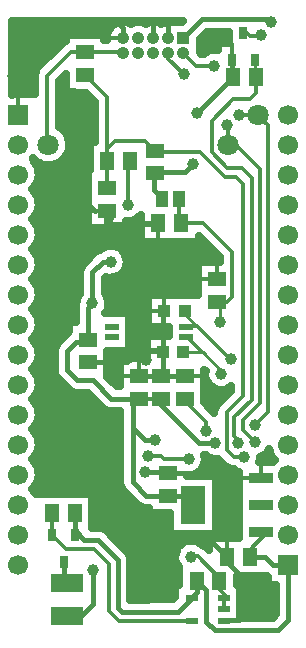
<source format=gbr>
G04 DipTrace Beta 2.9.0.1*
G04 Bottom.gbr*
%MOMM*%
G04 #@! TF.FileFunction,Copper,L2,Bot*
G04 #@! TF.Part,Single*
G04 #@! TA.AperFunction,Conductor,NotC*
%ADD14C,0.4064*%
G04 #@! TA.AperFunction,CopperBalancing*
%ADD15C,0.3556*%
G04 #@! TA.AperFunction,Conductor,NotC*
%ADD16C,0.254*%
G04 #@! TA.AperFunction,CopperBalancing*
%ADD18C,0.635*%
G04 #@! TA.AperFunction,SMDPad,CuDef*
%ADD19R,1.5X1.3*%
%ADD20R,1.3X1.5*%
%ADD21R,1.1X1.0*%
%ADD22R,2.7X1.6*%
G04 #@! TA.AperFunction,ComponentPad*
%ADD27R,1.7X1.7*%
%ADD28C,1.7*%
%ADD29R,1.05X1.05*%
%ADD30C,1.05*%
G04 #@! TA.AperFunction,SMDPad,CuDef*
%ADD31R,1.0X1.35*%
%ADD33R,0.65X1.05*%
%ADD35R,1.1X0.6*%
%ADD36R,2.15X0.95*%
%ADD37R,2.15X3.25*%
%ADD38R,1.2X0.6*%
G04 #@! TA.AperFunction,ViaPad*
%ADD39C,1.0*%
%ADD41C,1.8*%
%FSLAX35Y35*%
G04*
G71*
G90*
G75*
G01*
G04 Bottom*
%LPD*%
X1364863Y3728067D2*
D14*
X1376413D1*
X1297967Y3806513D1*
Y3957927D1*
X1308293Y3947600D1*
X1360013Y2040100D2*
D15*
X1176430D1*
X1174930Y2038600D1*
X1308293Y3947600D2*
D14*
Y3956240D1*
X1559910D1*
X1630640Y4026970D1*
X933660Y3199063D2*
X869403D1*
X779220Y3108880D1*
Y2845973D1*
X1174930Y2038600D2*
X940230D1*
X782123Y2196707D1*
X649360D1*
X567050Y2279017D1*
Y2446297D1*
X638740Y2517987D1*
X725497D1*
X743370Y2535860D1*
X1416890Y1218647D2*
X1550820D1*
X1630220Y1139247D1*
X1819850Y1664373D2*
X1682780D1*
X1360013Y1987140D1*
Y2040100D1*
X1416890Y1218647D2*
X1232557D1*
X1120190Y1331013D1*
Y1791480D1*
Y1983860D1*
X1174930Y2038600D1*
X1176233Y2037297D2*
D16*
X1174930Y2038600D1*
X2291063Y5231517D2*
D14*
Y5251467D1*
X1708167D1*
X1549400Y5092700D1*
X743370Y2535860D2*
X742330Y2534820D1*
Y2809083D1*
X779220Y2845973D1*
X1120190Y1791480D2*
X1222717Y1688953D1*
X1306207D1*
X1919063Y695560D2*
Y654037D1*
X2047237Y525863D1*
Y213507D1*
X2032020Y198290D1*
X1996590Y162860D1*
X1885923D1*
X1889160Y159623D1*
X1376937Y2437153D2*
Y2783336D1*
X1389006D1*
X1337983Y3526523D2*
Y3521707D1*
X943310D1*
X893423Y3571593D1*
X934990D1*
X913997Y3592587D1*
Y3631663D1*
X904267D1*
X1961447Y4908823D2*
Y4776500D1*
X1973230Y4764717D1*
X1831027Y3049667D2*
D15*
Y3264140D1*
X1789200Y3305967D1*
X1282370D1*
X1061813Y3526523D1*
X1337983D1*
X1389006Y2783336D2*
Y3342601D1*
X1337983Y3393623D1*
Y3526523D1*
X1973230Y4764717D2*
D14*
X1663797Y4455283D1*
X1422400Y5092700D2*
Y5194997D1*
X1375737Y5241660D1*
X1253667D1*
X977447D1*
X250697D1*
X107967Y5098930D1*
Y4773427D1*
X1295400Y5092700D2*
Y5199927D1*
X1253667Y5241660D1*
X1036600Y5097500D2*
X1041400Y5092700D1*
Y5177707D1*
X977447Y5241660D1*
X743370Y2345860D2*
X1073330D1*
X1176423Y2448953D1*
X1231163D1*
X1365137D1*
X1376937Y2437153D1*
X1231163Y2448953D2*
Y2365620D1*
X1174930Y2228600D2*
X1358513D1*
X1360013Y2230100D1*
X1376937Y2437153D2*
Y2247023D1*
X1360013Y2230100D1*
X1562100Y2228600D2*
X1361513D1*
X904267Y3631663D2*
D15*
Y3626893D1*
X799183D1*
D14*
X725470Y3700607D1*
X1919063Y695560D2*
D15*
Y1249490D1*
Y1275537D1*
X2012773Y1369247D1*
X2210220D1*
X1919063Y1249490D2*
D14*
X1759907Y1408647D1*
X1416890D1*
X2032020Y198290D2*
D16*
X2187097D1*
X2295480Y306673D1*
X1223223Y1416727D2*
D14*
X1408810D1*
X1416890Y1408647D1*
X893423Y3571593D2*
Y3502653D1*
X836310Y3445540D1*
X657950D1*
X461343Y3248933D1*
Y1780847D1*
X1175840Y1066350D1*
Y1061733D1*
X1394330Y843243D1*
X1771380D1*
X1919063Y695560D1*
X1527983Y3526523D2*
D15*
X1514863D1*
Y3728067D1*
X1831027Y2859667D2*
D16*
X1862850D1*
Y2688017D1*
X1527983Y3526523D2*
D15*
X1716370D1*
X1960250Y3282643D1*
Y2897777D1*
X1921377Y2858903D1*
X1831790D1*
X1831027Y2859667D1*
X717010Y4971800D2*
X1035300D1*
D16*
X1041400Y4965700D1*
X717010Y4971800D2*
D15*
X593487D1*
X396653Y4774967D1*
Y4200747D1*
X406400Y4191000D1*
X534013Y652243D2*
D14*
Y508680D1*
X560453Y482240D1*
X2056447Y5138823D2*
D15*
Y5165493D1*
X2114113Y5107827D1*
X2192937D1*
Y5131577D1*
X2203037Y5121477D1*
X1741703Y1768377D2*
X1738100D1*
Y1845790D1*
X1545290Y2038600D1*
X1562100D1*
X1079753Y3674887D2*
Y4031913D1*
X1096420Y4048580D1*
X438560Y1068487D2*
Y882697D1*
X439013Y882243D1*
X1619160Y159623D2*
X1002247D1*
X922197Y239673D1*
Y640097D1*
X793683Y768610D1*
X552647D1*
X439013Y882243D1*
X560453Y202240D2*
D14*
X684567D1*
X786667Y304340D1*
Y588913D1*
X1930400Y4191000D2*
D15*
Y4343530D1*
X1918240Y4355690D1*
X1552563Y4785343D2*
X1422400Y4915507D1*
Y4965700D1*
X2151057Y1668970D2*
X2050160Y1769867D1*
Y1857493D1*
X2195710Y2003043D1*
Y3987447D1*
X2009750Y4173407D1*
X1947993D1*
X1930400Y4191000D1*
X2184400Y4445000D2*
X2020727D1*
X1808680Y4857533D2*
X1657567D1*
X1549400Y4965700D1*
X2151057Y1815007D2*
X2263147Y1927097D1*
Y4355197D1*
X2173343Y4445000D1*
X2184400D1*
X1889160Y254623D2*
Y349623D1*
X1853477Y496383D2*
X1861183D1*
Y420513D1*
X1902160Y379537D1*
Y349623D1*
X1889160D1*
X1616233Y702207D2*
D16*
X1629747D1*
X1632000Y704460D1*
D15*
X1673003D1*
X1853477Y523987D1*
Y496383D1*
X628560Y1068487D2*
D14*
Y882697D1*
X629013Y882243D1*
X1619160Y349623D2*
X1611480D1*
X1663477Y401620D1*
Y496383D1*
X629013Y882243D2*
Y923483D1*
X710590Y841907D1*
X825250D1*
X992010Y675147D1*
Y269163D1*
X1027060Y234113D1*
X1503650D1*
X1619160Y349623D1*
X2109063Y695560D2*
D15*
Y760843D1*
X2257467Y909247D1*
X2210220D1*
X2109063Y695560D2*
D14*
X2241077D1*
X2308490Y628147D1*
X2431547D1*
X2438400Y635000D1*
Y169483D1*
X2348057Y79140D1*
X1815533D1*
X1742993Y151680D1*
Y416867D1*
X1663477Y496383D1*
X1869850Y2249370D2*
D16*
Y2274100D1*
X1713223Y2430727D1*
X1710149D1*
X1553363D1*
X1546937Y2437153D1*
X1573047Y2560032D2*
X1580843D1*
X1710149Y2430727D1*
X1948920Y2374157D2*
X1941142D1*
X1661182Y2654117D1*
X1577132D1*
X1573047Y2650032D1*
X1661182Y2654117D2*
X1531963Y2783336D1*
X1559006D1*
X2063380Y1544173D2*
D15*
X1978110D1*
X1914557Y1607727D1*
Y1922127D1*
X2054943Y2062513D1*
Y3858663D1*
X1995047Y3918560D1*
X1904770D1*
X1691743Y4131587D1*
X1314307D1*
X1308293Y4137600D1*
X906420Y4048580D2*
Y4156563D1*
X969060Y4219203D1*
X1226690D1*
X1308293Y4137600D1*
X906420Y4048580D2*
Y3823817D1*
X904267Y3821663D1*
X906420Y4048580D2*
Y4592390D1*
X717010Y4781800D1*
X2151447Y4908823D2*
D16*
Y4776500D1*
X2163230Y4764717D1*
X2015120Y1667887D2*
D15*
Y1687130D1*
X1981050Y1721200D1*
Y1884207D1*
X2128840Y2031997D1*
Y3909903D1*
X2042610Y3996133D1*
X1917473D1*
X1788280Y4125327D1*
Y4391523D1*
X1971717Y4574960D1*
X2112773D1*
X2160967Y4623153D1*
Y4762453D1*
X2163230Y4764717D1*
X1249287Y1553880D2*
X1355700D1*
X1382583Y1526997D1*
X1592780D1*
D39*
X1630640Y4026970D3*
X933660Y3199063D3*
X779220Y2845973D3*
X1630640Y4026970D3*
X1819850Y1664373D3*
X2291063Y5231517D3*
X1306207Y1688953D3*
X1663797Y4455283D3*
X107967Y4773427D3*
X1231163Y2365620D3*
X725470Y3700607D3*
X2295480Y306673D3*
X1223223Y1416727D3*
X1862850Y2688017D3*
X2203037Y5121477D3*
X1741703Y1768377D3*
X1079753Y3674887D3*
X786667Y588913D3*
X1918240Y4355690D3*
X1552563Y4785343D3*
X2151057Y1668970D3*
X2020727Y4445000D3*
X1808680Y4857533D3*
X2151057Y1815007D3*
X1616233Y702207D3*
X1869850Y2249370D3*
X1948920Y2374157D3*
X2063380Y1544173D3*
X2015120Y1667887D3*
X1249287Y1553880D3*
X1592780Y1526997D3*
D41*
X1930400Y4191000D3*
X2184400Y4445000D3*
X406400Y4191000D3*
X104636Y5173043D2*
D18*
X923389D1*
X104636Y5109877D2*
X550327D1*
X1721902D2*
X1932444D1*
X104636Y5046710D2*
X516592D1*
X1693128D2*
X1932444D1*
X104636Y4983543D2*
X453092D1*
X1693128D2*
X1753850D1*
X104636Y4920377D2*
X390585D1*
X104636Y4857210D2*
X327085D1*
X104636Y4794043D2*
X289381D1*
X104636Y4730877D2*
X287397D1*
X505480D2*
X550327D1*
X104636Y4667710D2*
X287397D1*
X505480D2*
X550327D1*
X505480Y4604543D2*
X742811D1*
X505480Y4541377D2*
X797381D1*
X505480Y4478210D2*
X797381D1*
X505480Y4415043D2*
X797381D1*
X505480Y4351877D2*
X797381D1*
X558066Y4288710D2*
X797381D1*
X584855Y4225543D2*
X797381D1*
X585847Y4162377D2*
X749756D1*
X562035Y4099210D2*
X749756D1*
X494566Y4036043D2*
X749756D1*
X324902Y3972877D2*
X749756D1*
X326886Y3909710D2*
X737850D1*
X303074Y3846543D2*
X737850D1*
X296128Y3783377D2*
X737850D1*
X324902Y3720210D2*
X737850D1*
X326886Y3657043D2*
X737850D1*
X304066Y3593877D2*
X737850D1*
X295136Y3530710D2*
X737850D1*
X1071027D2*
X1181358D1*
X324902Y3467543D2*
X1181358D1*
X326886Y3404377D2*
X1181358D1*
X304066Y3341210D2*
X1749881D1*
X294144Y3278043D2*
X793413D1*
X1049199D2*
X1813381D1*
X323910Y3214877D2*
X729913D1*
X1074003D2*
X1851085D1*
X326886Y3151710D2*
X676335D1*
X1066066D2*
X1664553D1*
X305058Y3088543D2*
X667405D1*
X1017449D2*
X1664553D1*
X293152Y3025377D2*
X667405D1*
X891441D2*
X1664553D1*
X323910Y2962210D2*
X667405D1*
X891441D2*
X1664553D1*
X327878Y2899043D2*
X648553D1*
X910292D2*
X1242874D1*
X306050Y2835877D2*
X633670D1*
X920214D2*
X1242874D1*
X292160Y2772710D2*
X630694D1*
X899378D2*
X1242874D1*
X323910Y2709543D2*
X630694D1*
X1094839D2*
X1242874D1*
X327878Y2646377D2*
X577116D1*
X1094839D2*
X1421467D1*
X307042Y2583210D2*
X548342D1*
X1094839D2*
X1421467D1*
X291167Y2520043D2*
X485835D1*
X1094839D2*
X1230967D1*
X322917Y2456877D2*
X456069D1*
X1094839D2*
X1230967D1*
X327878Y2393710D2*
X455077D1*
X910292D2*
X1230967D1*
X307042Y2330543D2*
X455077D1*
X910292D2*
X1008717D1*
X290175Y2267377D2*
X456069D1*
X910292D2*
X1008717D1*
X322917Y2204210D2*
X486827D1*
X930136D2*
X1008717D1*
X327878Y2141043D2*
X549335D1*
X1728847D2*
X1782624D1*
X308035Y2077877D2*
X745788D1*
X1728847D2*
X1918553D1*
X289183Y2014710D2*
X808295D1*
X1728847D2*
X1855053D1*
X321925Y1951543D2*
X874772D1*
X327878Y1888377D2*
X1008717D1*
X309027Y1825210D2*
X1008717D1*
X287199Y1762043D2*
X1008717D1*
X321925Y1698877D2*
X1008717D1*
X327878Y1635710D2*
X1008717D1*
X310019Y1572543D2*
X1008717D1*
X286206Y1509377D2*
X1008717D1*
X1732816D2*
X1861006D1*
X2200136D2*
X2304514D1*
X321925Y1446210D2*
X1008717D1*
X1707019D2*
X1940381D1*
X327878Y1383043D2*
X1008717D1*
X1829058D2*
X2010827D1*
X310019Y1319877D2*
X1008717D1*
X1829058D2*
X2010827D1*
X285214Y1256710D2*
X1039475D1*
X1829058D2*
X2010827D1*
X785277Y1193543D2*
X1101983D1*
X1829058D2*
X2010827D1*
X785277Y1130377D2*
X1168460D1*
X1829058D2*
X2010827D1*
X785277Y1067210D2*
X1431389D1*
X1829058D2*
X2010827D1*
X785277Y1004043D2*
X1431389D1*
X1829058D2*
X2010827D1*
X867628Y940877D2*
X1431389D1*
X1829058D2*
X2010827D1*
X945019Y877710D2*
X2010827D1*
X1008519Y814543D2*
X1534577D1*
X1698089D2*
X1762780D1*
X1071027Y751377D2*
X1483975D1*
X1102777Y688210D2*
X1475045D1*
X1103769Y625043D2*
X1498858D1*
X1103769Y561877D2*
X1506795D1*
X1103769Y498710D2*
X1506795D1*
X2009636D2*
X2261850D1*
X1103769Y435543D2*
X1473061D1*
X2035433D2*
X2326342D1*
X1103769Y372377D2*
X1473061D1*
X2035433D2*
X2326342D1*
X2035433Y309210D2*
X2326342D1*
X2035433Y246043D2*
X2326342D1*
X1722190Y2078557D2*
Y2007119D1*
X1811423Y1917732D1*
X1816548Y1953375D1*
X1831360Y1982379D1*
X1864267Y2017317D1*
X1951965Y2105015D1*
X1952073Y2142881D1*
X1921915Y2124716D1*
X1891456Y2116019D1*
X1859808Y2114654D1*
X1828713Y2120696D1*
X1799879Y2133813D1*
X1774893Y2153284D1*
X1755128Y2178038D1*
X1741671Y2206715D1*
X1735262Y2237737D1*
X1736513Y2270353D1*
X1722190Y2283440D1*
X1721992Y2078510D1*
X2258162Y535469D2*
X2003471D1*
X2003567Y464981D1*
X2029250Y464713D1*
Y184424D1*
X2304682Y184550D1*
X2333155Y213311D1*
X2332990Y464163D1*
X2268310Y464910D1*
Y531386D1*
X97602Y4615090D2*
X293659D1*
X293783Y4774967D1*
X298644Y4806215D1*
X313457Y4835219D1*
X346364Y4870157D1*
X520746Y5044540D1*
X547217Y5063512D1*
X557847Y5068142D1*
X556920Y5121890D1*
X877100D1*
Y5075257D1*
X904438Y5079568D1*
X905065Y5111242D1*
X912920Y5141932D1*
X927585Y5170013D1*
X948285Y5193994D1*
X973921Y5212606D1*
X1003134Y5224862D1*
X1034375Y5230111D1*
X1065990Y5228075D1*
X1096300Y5218863D1*
X1104703Y5214822D1*
X1124077Y5222955D1*
X1155043Y5229640D1*
X1186718Y5229065D1*
X1217421Y5221261D1*
X1230595Y5214408D1*
X1263272Y5226486D1*
X1294722Y5230288D1*
X1326209Y5226796D1*
X1356062Y5216195D1*
X1360524Y5215592D1*
X1390272Y5226486D1*
X1411810Y5230290D1*
X1537818D1*
X1544320Y5236693D1*
X1000760Y5236210D1*
X96877D1*
X97790Y4982210D1*
Y4614108D1*
X1686990Y5080469D2*
Y4972980D1*
X1700016Y4960565D1*
X1722059Y4960403D1*
X1746074Y4977240D1*
X1775671Y4988528D1*
X1807083Y4992614D1*
X1843249Y4987618D1*
X1843857Y5046413D1*
X1938909D1*
X1938857Y5145100D1*
X1752306Y5146056D1*
X1686586Y5080814D1*
X2305378Y1501849D2*
X2325630Y1523439D1*
X2309959Y1539494D1*
X2291497Y1565268D1*
X2278138Y1594020D1*
X2273512Y1612267D1*
X2253935Y1581418D1*
X2230719Y1559868D1*
X2198363Y1542957D1*
X2194756Y1512715D1*
X2190996Y1502496D1*
X2271630Y1501836D1*
X2304372D1*
X1065036Y3167605D2*
X1054098Y3137876D1*
X1036539Y3111512D1*
X1013322Y3089961D1*
X985725Y3074410D1*
X955266Y3065712D1*
X923618Y3064347D1*
X889820Y3071619D1*
X884630Y3064232D1*
Y2931278D1*
X903250Y2899508D1*
X912306Y2869154D1*
X914310Y2845973D1*
X910596Y2814515D1*
X899658Y2784786D1*
X888246Y2765121D1*
X1088137D1*
Y2444941D1*
X903460Y2444951D1*
Y2224289D1*
X983646Y2144257D1*
X1014840Y2143502D1*
X1015832Y2188690D1*
X1014840Y2218210D1*
Y2378690D1*
X1206273Y2380190D1*
X1237031D1*
X1236847Y2572243D1*
X1427683D1*
X1427496Y2648246D1*
X1248916D1*
Y2918426D1*
X1671924D1*
X1670937Y3009756D1*
Y3199756D1*
X1857270D1*
X1857380Y3240081D1*
X1677737Y3419676D1*
X1678074Y3366433D1*
X1187894D1*
Y3594041D1*
X1159415Y3565785D1*
X1131819Y3550233D1*
X1101359Y3541536D1*
X1064853Y3541114D1*
X1064357Y3481573D1*
X744177D1*
Y3971753D1*
X757076D1*
X756331Y4174239D1*
Y4208669D1*
X802964D1*
X803550Y4549635D1*
X722128Y4631201D1*
X556920Y4631710D1*
Y4789468D1*
X499952Y4732785D1*
X499524Y4339396D1*
X522858Y4321744D1*
X544527Y4298598D1*
X561667Y4271924D1*
X573715Y4242595D1*
X580277Y4211575D1*
X581490Y4191000D1*
X578619Y4159424D1*
X570101Y4128883D1*
X556214Y4100379D1*
X537415Y4074847D1*
X514320Y4053124D1*
X487685Y4035922D1*
X458385Y4023805D1*
X427380Y4017172D1*
X395687Y4016238D1*
X364346Y4021035D1*
X334384Y4031406D1*
X306783Y4047011D1*
X276748Y4074194D1*
X284313Y4044375D1*
X301949Y4018029D1*
X314389Y3988868D1*
X321201Y3957904D1*
X322490Y3937000D1*
X319535Y3905434D1*
X310774Y3874965D1*
X296510Y3846651D1*
X277239Y3821476D1*
X264697Y3810234D1*
X284313Y3790375D1*
X301949Y3764029D1*
X314389Y3734868D1*
X321201Y3703904D1*
X322490Y3683000D1*
X319535Y3651434D1*
X310774Y3620965D1*
X296510Y3592651D1*
X277239Y3567476D1*
X264697Y3556234D1*
X284313Y3536375D1*
X301949Y3510029D1*
X314389Y3480868D1*
X321201Y3449904D1*
X322490Y3429000D1*
X319535Y3397434D1*
X310774Y3366965D1*
X296510Y3338651D1*
X277239Y3313476D1*
X264697Y3302234D1*
X284313Y3282375D1*
X301949Y3256029D1*
X314389Y3226868D1*
X321201Y3195904D1*
X322490Y3175000D1*
X319535Y3143434D1*
X310774Y3112965D1*
X296510Y3084651D1*
X277239Y3059476D1*
X264697Y3048234D1*
X284313Y3028375D1*
X301949Y3002029D1*
X314389Y2972868D1*
X321201Y2941904D1*
X322490Y2921000D1*
X319535Y2889434D1*
X310774Y2858965D1*
X296510Y2830651D1*
X277239Y2805476D1*
X264697Y2794234D1*
X284313Y2774375D1*
X301949Y2748029D1*
X314389Y2718868D1*
X321201Y2687904D1*
X322490Y2667000D1*
X319535Y2635434D1*
X310774Y2604965D1*
X296510Y2576651D1*
X277239Y2551476D1*
X264697Y2540234D1*
X284313Y2520375D1*
X301949Y2494029D1*
X314389Y2464868D1*
X321201Y2433904D1*
X322490Y2413000D1*
X319535Y2381434D1*
X310774Y2350965D1*
X296510Y2322651D1*
X277239Y2297476D1*
X264697Y2286234D1*
X284313Y2266375D1*
X301949Y2240029D1*
X314389Y2210868D1*
X321201Y2179904D1*
X322490Y2159000D1*
X319535Y2127434D1*
X310774Y2096965D1*
X296510Y2068651D1*
X277239Y2043476D1*
X264697Y2032234D1*
X284313Y2012375D1*
X301949Y1986029D1*
X314389Y1956868D1*
X321201Y1925904D1*
X322490Y1905000D1*
X319535Y1873434D1*
X310774Y1842965D1*
X296510Y1814651D1*
X277239Y1789476D1*
X264697Y1778234D1*
X284313Y1758375D1*
X301949Y1732029D1*
X314389Y1702868D1*
X321201Y1671904D1*
X322490Y1651000D1*
X319535Y1619434D1*
X310774Y1588965D1*
X296510Y1560651D1*
X277239Y1535476D1*
X264697Y1524234D1*
X284313Y1504375D1*
X301949Y1478029D1*
X314389Y1448868D1*
X321201Y1417904D1*
X322490Y1397000D1*
X319535Y1365434D1*
X310774Y1334965D1*
X296510Y1306651D1*
X277239Y1281476D1*
X264697Y1270234D1*
X284313Y1250375D1*
X299193Y1228146D1*
X778650Y1228577D1*
Y947788D1*
X825250Y947317D1*
X856522Y942571D1*
X889532Y925447D1*
X989589Y826640D1*
X1066546Y749683D1*
X1085303Y724215D1*
X1096537Y688764D1*
X1097420Y548147D1*
Y338795D1*
X1439810Y339524D1*
X1460646D1*
X1478926Y358462D1*
X1479071Y464713D1*
X1513797D1*
X1513387Y615098D1*
X1501511Y630875D1*
X1488054Y659552D1*
X1481645Y690573D1*
X1482636Y722235D1*
X1490973Y752795D1*
X1506197Y780574D1*
X1527472Y804043D1*
X1553627Y821914D1*
X1583224Y833202D1*
X1614637Y837287D1*
X1646137Y833945D1*
X1675993Y823360D1*
X1707337Y801090D1*
X1741621Y781102D1*
X1768896Y754048D1*
X1768974Y855649D1*
X2017513D1*
X2017630Y1417036D1*
X1993409Y1428616D1*
X1977012Y1441394D1*
X1966517Y1441958D1*
X1936016Y1450310D1*
X1905370Y1471433D1*
X1844731Y1532072D1*
X1809808Y1529657D1*
X1778713Y1535699D1*
X1749879Y1548816D1*
X1736605Y1559160D1*
X1723608Y1558963D1*
X1727870Y1526997D1*
X1724156Y1495538D1*
X1713218Y1465809D1*
X1695659Y1439445D1*
X1672442Y1417895D1*
X1644845Y1402343D1*
X1614386Y1393646D1*
X1577879Y1393224D1*
X1576980Y1386691D1*
X1822810Y1386836D1*
Y891656D1*
X1437630D1*
Y1069258D1*
X1256800Y1068557D1*
Y1113205D1*
X1232557Y1113237D1*
X1201285Y1117982D1*
X1168274Y1135106D1*
X1068218Y1233913D1*
X1045654Y1256477D1*
X1026897Y1281946D1*
X1015663Y1317396D1*
X1014780Y1458013D1*
Y1933363D1*
X940230Y1933190D1*
X908958Y1937935D1*
X875948Y1955059D1*
X775891Y2053866D1*
X738707Y2091050D1*
X649360Y2091296D1*
X618088Y2096042D1*
X585078Y2113166D1*
X492514Y2204480D1*
X473757Y2229949D1*
X462523Y2265399D1*
X461640Y2406017D1*
Y2446297D1*
X466385Y2477569D1*
X483509Y2510579D1*
X568291Y2596398D1*
X583280Y2608020D1*
Y2685950D1*
X637851D1*
X636920Y2788820D1*
Y2809083D1*
X643958Y2846552D1*
X645623Y2866001D1*
X653960Y2896562D1*
X673838Y2929474D1*
X673810Y3108880D1*
X678555Y3140152D1*
X695679Y3173163D1*
X794867Y3273600D1*
X826339Y3295118D1*
X845716Y3301458D1*
X871054Y3318770D1*
X900651Y3330058D1*
X932063Y3334144D1*
X963564Y3330802D1*
X993420Y3320217D1*
X1019990Y3302970D1*
X1041813Y3280009D1*
X1057690Y3252598D1*
X1066746Y3222244D1*
X1068750Y3199063D1*
X1065036Y3167605D1*
X1174930Y2378566D2*
D15*
Y2228600D1*
X1014964D2*
X1174930D1*
X1562100D2*
X1722066D1*
X1337983Y3526523D2*
Y3366557D1*
X1188018Y3526523D2*
X1337983D1*
X743370Y2345860D2*
X903336D1*
X1831027Y3199632D2*
Y3049667D1*
X1671061D2*
X1831027D1*
X904267Y3631663D2*
Y3481697D1*
X744301Y3631663D2*
X904267D1*
X1376937Y2572119D2*
Y2437153D1*
X1236971D2*
X1376937D1*
X1389006Y2918302D2*
Y2648370D1*
X1249040Y2783336D2*
X1389006D1*
X1919063Y855525D2*
Y695560D1*
X1416890Y1408647D2*
X1576856D1*
X152400Y4614966D2*
Y4445000D1*
X1422400Y5230166D2*
Y5092700D1*
X1295400Y5230166D2*
Y5092700D1*
X1041400Y5230166D2*
Y5092700D1*
X903934D2*
X1041400D1*
X1961447Y5046289D2*
Y4908823D1*
X2210220Y1501712D2*
Y1369247D1*
X2017754D2*
X2210220D1*
X1889160Y159623D2*
X2029126D1*
D19*
X1174930Y2038600D3*
Y2228600D3*
X1360013Y2040100D3*
Y2230100D3*
X1562100Y2038600D3*
Y2228600D3*
D20*
X1527983Y3526523D3*
X1337983D3*
D19*
X743370Y2535860D3*
Y2345860D3*
X1831027Y2859667D3*
Y3049667D3*
X904267Y3821663D3*
Y3631663D3*
D21*
X1546937Y2437153D3*
X1376937D3*
X1559006Y2783336D3*
X1389006D3*
D20*
X2109063Y695560D3*
X1919063D3*
D19*
X1416890Y1218647D3*
Y1408647D3*
D22*
X560453Y202240D3*
Y482240D3*
D27*
X152400Y4445000D3*
D28*
Y4191000D3*
Y3937000D3*
Y3683000D3*
Y3429000D3*
Y3175000D3*
Y2921000D3*
Y2667000D3*
Y2413000D3*
Y2159000D3*
Y1905000D3*
Y1651000D3*
Y1397000D3*
Y1143000D3*
Y889000D3*
Y635000D3*
D29*
X1549400Y5092700D3*
D30*
X1422400D3*
X1295400D3*
X1168400D3*
X1041400D3*
X1549400Y4965700D3*
X1422400D3*
X1295400D3*
X1168400D3*
X1041400D3*
D27*
X2438400Y635000D3*
D28*
Y889000D3*
Y1143000D3*
Y1397000D3*
Y1651000D3*
Y1905000D3*
Y2159000D3*
Y2413000D3*
Y2667000D3*
Y2921000D3*
Y3175000D3*
Y3429000D3*
Y3683000D3*
Y3937000D3*
Y4191000D3*
Y4445000D3*
D31*
X1364863Y3728067D3*
X1514863D3*
D33*
X2151447Y4908823D3*
X1961447D3*
X2056447Y5138823D3*
X439013Y882243D3*
X629013D3*
X534013Y652243D3*
D20*
X1973230Y4764717D3*
X2163230D3*
D19*
X1308293Y4137600D3*
Y3947600D3*
D20*
X906420Y4048580D3*
X1096420D3*
X1663477Y496383D3*
X1853477D3*
X628560Y1068487D3*
X438560D3*
D19*
X717010Y4781800D3*
Y4971800D3*
D36*
X2210220Y1369247D3*
Y1139247D3*
Y909247D3*
D37*
X1630220Y1139247D3*
D35*
X1889160Y349623D3*
Y254623D3*
Y159623D3*
X1619160D3*
Y349623D3*
D38*
X1573047Y2650032D3*
X943047D3*
X1573047Y2560032D3*
X943047D3*
M02*

</source>
